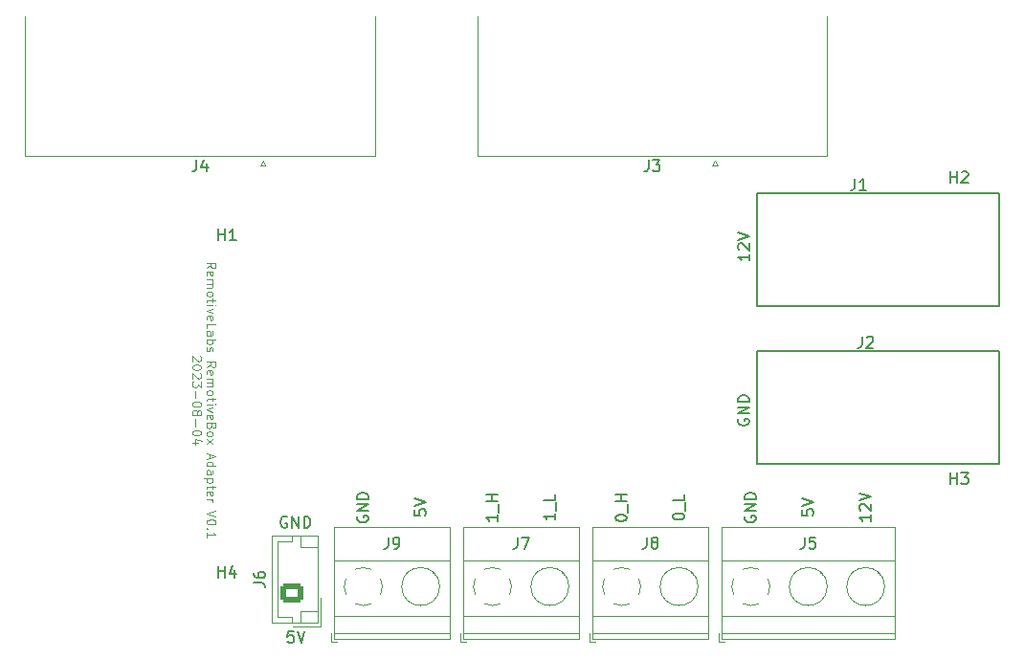
<source format=gto>
G04 #@! TF.GenerationSoftware,KiCad,Pcbnew,7.0.6*
G04 #@! TF.CreationDate,2023-08-07T22:51:51+02:00*
G04 #@! TF.ProjectId,Box,426f782e-6b69-4636-9164-5f7063625858,rev?*
G04 #@! TF.SameCoordinates,Original*
G04 #@! TF.FileFunction,Legend,Top*
G04 #@! TF.FilePolarity,Positive*
%FSLAX46Y46*%
G04 Gerber Fmt 4.6, Leading zero omitted, Abs format (unit mm)*
G04 Created by KiCad (PCBNEW 7.0.6) date 2023-08-07 22:51:51*
%MOMM*%
%LPD*%
G01*
G04 APERTURE LIST*
G04 Aperture macros list*
%AMRoundRect*
0 Rectangle with rounded corners*
0 $1 Rounding radius*
0 $2 $3 $4 $5 $6 $7 $8 $9 X,Y pos of 4 corners*
0 Add a 4 corners polygon primitive as box body*
4,1,4,$2,$3,$4,$5,$6,$7,$8,$9,$2,$3,0*
0 Add four circle primitives for the rounded corners*
1,1,$1+$1,$2,$3*
1,1,$1+$1,$4,$5*
1,1,$1+$1,$6,$7*
1,1,$1+$1,$8,$9*
0 Add four rect primitives between the rounded corners*
20,1,$1+$1,$2,$3,$4,$5,0*
20,1,$1+$1,$4,$5,$6,$7,0*
20,1,$1+$1,$6,$7,$8,$9,0*
20,1,$1+$1,$8,$9,$2,$3,0*%
G04 Aperture macros list end*
%ADD10C,0.150000*%
%ADD11C,0.120000*%
%ADD12C,0.200000*%
%ADD13C,4.000000*%
%ADD14C,3.200000*%
%ADD15R,2.600000X2.600000*%
%ADD16C,2.600000*%
%ADD17R,1.600000X1.600000*%
%ADD18C,1.600000*%
%ADD19RoundRect,0.250000X0.750000X-0.600000X0.750000X0.600000X-0.750000X0.600000X-0.750000X-0.600000X0*%
%ADD20O,2.000000X1.700000*%
G04 APERTURE END LIST*
D10*
X168094819Y-94480000D02*
X168094819Y-95051428D01*
X168094819Y-94765714D02*
X167094819Y-94765714D01*
X167094819Y-94765714D02*
X167237676Y-94860952D01*
X167237676Y-94860952D02*
X167332914Y-94956190D01*
X167332914Y-94956190D02*
X167380533Y-95051428D01*
X168190057Y-94289524D02*
X168190057Y-93527619D01*
X168094819Y-92813333D02*
X168094819Y-93289523D01*
X168094819Y-93289523D02*
X167094819Y-93289523D01*
X189954819Y-94170476D02*
X189954819Y-94646666D01*
X189954819Y-94646666D02*
X190431009Y-94694285D01*
X190431009Y-94694285D02*
X190383390Y-94646666D01*
X190383390Y-94646666D02*
X190335771Y-94551428D01*
X190335771Y-94551428D02*
X190335771Y-94313333D01*
X190335771Y-94313333D02*
X190383390Y-94218095D01*
X190383390Y-94218095D02*
X190431009Y-94170476D01*
X190431009Y-94170476D02*
X190526247Y-94122857D01*
X190526247Y-94122857D02*
X190764342Y-94122857D01*
X190764342Y-94122857D02*
X190859580Y-94170476D01*
X190859580Y-94170476D02*
X190907200Y-94218095D01*
X190907200Y-94218095D02*
X190954819Y-94313333D01*
X190954819Y-94313333D02*
X190954819Y-94551428D01*
X190954819Y-94551428D02*
X190907200Y-94646666D01*
X190907200Y-94646666D02*
X190859580Y-94694285D01*
X189954819Y-93837142D02*
X190954819Y-93503809D01*
X190954819Y-93503809D02*
X189954819Y-93170476D01*
X178524819Y-94813333D02*
X178524819Y-94718095D01*
X178524819Y-94718095D02*
X178572438Y-94622857D01*
X178572438Y-94622857D02*
X178620057Y-94575238D01*
X178620057Y-94575238D02*
X178715295Y-94527619D01*
X178715295Y-94527619D02*
X178905771Y-94480000D01*
X178905771Y-94480000D02*
X179143866Y-94480000D01*
X179143866Y-94480000D02*
X179334342Y-94527619D01*
X179334342Y-94527619D02*
X179429580Y-94575238D01*
X179429580Y-94575238D02*
X179477200Y-94622857D01*
X179477200Y-94622857D02*
X179524819Y-94718095D01*
X179524819Y-94718095D02*
X179524819Y-94813333D01*
X179524819Y-94813333D02*
X179477200Y-94908571D01*
X179477200Y-94908571D02*
X179429580Y-94956190D01*
X179429580Y-94956190D02*
X179334342Y-95003809D01*
X179334342Y-95003809D02*
X179143866Y-95051428D01*
X179143866Y-95051428D02*
X178905771Y-95051428D01*
X178905771Y-95051428D02*
X178715295Y-95003809D01*
X178715295Y-95003809D02*
X178620057Y-94956190D01*
X178620057Y-94956190D02*
X178572438Y-94908571D01*
X178572438Y-94908571D02*
X178524819Y-94813333D01*
X179620057Y-94289524D02*
X179620057Y-93527619D01*
X179524819Y-92813333D02*
X179524819Y-93289523D01*
X179524819Y-93289523D02*
X178524819Y-93289523D01*
X163014819Y-94599047D02*
X163014819Y-95170475D01*
X163014819Y-94884761D02*
X162014819Y-94884761D01*
X162014819Y-94884761D02*
X162157676Y-94979999D01*
X162157676Y-94979999D02*
X162252914Y-95075237D01*
X162252914Y-95075237D02*
X162300533Y-95170475D01*
X163110057Y-94408571D02*
X163110057Y-93646666D01*
X163014819Y-93408570D02*
X162014819Y-93408570D01*
X162491009Y-93408570D02*
X162491009Y-92837142D01*
X163014819Y-92837142D02*
X162014819Y-92837142D01*
X196034819Y-94599047D02*
X196034819Y-95170475D01*
X196034819Y-94884761D02*
X195034819Y-94884761D01*
X195034819Y-94884761D02*
X195177676Y-94979999D01*
X195177676Y-94979999D02*
X195272914Y-95075237D01*
X195272914Y-95075237D02*
X195320533Y-95170475D01*
X195130057Y-94218094D02*
X195082438Y-94170475D01*
X195082438Y-94170475D02*
X195034819Y-94075237D01*
X195034819Y-94075237D02*
X195034819Y-93837142D01*
X195034819Y-93837142D02*
X195082438Y-93741904D01*
X195082438Y-93741904D02*
X195130057Y-93694285D01*
X195130057Y-93694285D02*
X195225295Y-93646666D01*
X195225295Y-93646666D02*
X195320533Y-93646666D01*
X195320533Y-93646666D02*
X195463390Y-93694285D01*
X195463390Y-93694285D02*
X196034819Y-94265713D01*
X196034819Y-94265713D02*
X196034819Y-93646666D01*
X195034819Y-93360951D02*
X196034819Y-93027618D01*
X196034819Y-93027618D02*
X195034819Y-92694285D01*
X173444819Y-94932380D02*
X173444819Y-94837142D01*
X173444819Y-94837142D02*
X173492438Y-94741904D01*
X173492438Y-94741904D02*
X173540057Y-94694285D01*
X173540057Y-94694285D02*
X173635295Y-94646666D01*
X173635295Y-94646666D02*
X173825771Y-94599047D01*
X173825771Y-94599047D02*
X174063866Y-94599047D01*
X174063866Y-94599047D02*
X174254342Y-94646666D01*
X174254342Y-94646666D02*
X174349580Y-94694285D01*
X174349580Y-94694285D02*
X174397200Y-94741904D01*
X174397200Y-94741904D02*
X174444819Y-94837142D01*
X174444819Y-94837142D02*
X174444819Y-94932380D01*
X174444819Y-94932380D02*
X174397200Y-95027618D01*
X174397200Y-95027618D02*
X174349580Y-95075237D01*
X174349580Y-95075237D02*
X174254342Y-95122856D01*
X174254342Y-95122856D02*
X174063866Y-95170475D01*
X174063866Y-95170475D02*
X173825771Y-95170475D01*
X173825771Y-95170475D02*
X173635295Y-95122856D01*
X173635295Y-95122856D02*
X173540057Y-95075237D01*
X173540057Y-95075237D02*
X173492438Y-95027618D01*
X173492438Y-95027618D02*
X173444819Y-94932380D01*
X174540057Y-94408571D02*
X174540057Y-93646666D01*
X174444819Y-93408570D02*
X173444819Y-93408570D01*
X173921009Y-93408570D02*
X173921009Y-92837142D01*
X174444819Y-92837142D02*
X173444819Y-92837142D01*
X144370588Y-94802438D02*
X144275350Y-94754819D01*
X144275350Y-94754819D02*
X144132493Y-94754819D01*
X144132493Y-94754819D02*
X143989636Y-94802438D01*
X143989636Y-94802438D02*
X143894398Y-94897676D01*
X143894398Y-94897676D02*
X143846779Y-94992914D01*
X143846779Y-94992914D02*
X143799160Y-95183390D01*
X143799160Y-95183390D02*
X143799160Y-95326247D01*
X143799160Y-95326247D02*
X143846779Y-95516723D01*
X143846779Y-95516723D02*
X143894398Y-95611961D01*
X143894398Y-95611961D02*
X143989636Y-95707200D01*
X143989636Y-95707200D02*
X144132493Y-95754819D01*
X144132493Y-95754819D02*
X144227731Y-95754819D01*
X144227731Y-95754819D02*
X144370588Y-95707200D01*
X144370588Y-95707200D02*
X144418207Y-95659580D01*
X144418207Y-95659580D02*
X144418207Y-95326247D01*
X144418207Y-95326247D02*
X144227731Y-95326247D01*
X144846779Y-95754819D02*
X144846779Y-94754819D01*
X144846779Y-94754819D02*
X145418207Y-95754819D01*
X145418207Y-95754819D02*
X145418207Y-94754819D01*
X145894398Y-95754819D02*
X145894398Y-94754819D01*
X145894398Y-94754819D02*
X146132493Y-94754819D01*
X146132493Y-94754819D02*
X146275350Y-94802438D01*
X146275350Y-94802438D02*
X146370588Y-94897676D01*
X146370588Y-94897676D02*
X146418207Y-94992914D01*
X146418207Y-94992914D02*
X146465826Y-95183390D01*
X146465826Y-95183390D02*
X146465826Y-95326247D01*
X146465826Y-95326247D02*
X146418207Y-95516723D01*
X146418207Y-95516723D02*
X146370588Y-95611961D01*
X146370588Y-95611961D02*
X146275350Y-95707200D01*
X146275350Y-95707200D02*
X146132493Y-95754819D01*
X146132493Y-95754819D02*
X145894398Y-95754819D01*
X185289819Y-71529411D02*
X185289819Y-72100839D01*
X185289819Y-71815125D02*
X184289819Y-71815125D01*
X184289819Y-71815125D02*
X184432676Y-71910363D01*
X184432676Y-71910363D02*
X184527914Y-72005601D01*
X184527914Y-72005601D02*
X184575533Y-72100839D01*
X184385057Y-71148458D02*
X184337438Y-71100839D01*
X184337438Y-71100839D02*
X184289819Y-71005601D01*
X184289819Y-71005601D02*
X184289819Y-70767506D01*
X184289819Y-70767506D02*
X184337438Y-70672268D01*
X184337438Y-70672268D02*
X184385057Y-70624649D01*
X184385057Y-70624649D02*
X184480295Y-70577030D01*
X184480295Y-70577030D02*
X184575533Y-70577030D01*
X184575533Y-70577030D02*
X184718390Y-70624649D01*
X184718390Y-70624649D02*
X185289819Y-71196077D01*
X185289819Y-71196077D02*
X185289819Y-70577030D01*
X184289819Y-70291315D02*
X185289819Y-69957982D01*
X185289819Y-69957982D02*
X184289819Y-69624649D01*
D11*
X137282144Y-72778808D02*
X137663097Y-72512141D01*
X137282144Y-72321665D02*
X138082144Y-72321665D01*
X138082144Y-72321665D02*
X138082144Y-72626427D01*
X138082144Y-72626427D02*
X138044049Y-72702617D01*
X138044049Y-72702617D02*
X138005954Y-72740712D01*
X138005954Y-72740712D02*
X137929763Y-72778808D01*
X137929763Y-72778808D02*
X137815478Y-72778808D01*
X137815478Y-72778808D02*
X137739287Y-72740712D01*
X137739287Y-72740712D02*
X137701192Y-72702617D01*
X137701192Y-72702617D02*
X137663097Y-72626427D01*
X137663097Y-72626427D02*
X137663097Y-72321665D01*
X137320240Y-73426427D02*
X137282144Y-73350236D01*
X137282144Y-73350236D02*
X137282144Y-73197855D01*
X137282144Y-73197855D02*
X137320240Y-73121665D01*
X137320240Y-73121665D02*
X137396430Y-73083569D01*
X137396430Y-73083569D02*
X137701192Y-73083569D01*
X137701192Y-73083569D02*
X137777382Y-73121665D01*
X137777382Y-73121665D02*
X137815478Y-73197855D01*
X137815478Y-73197855D02*
X137815478Y-73350236D01*
X137815478Y-73350236D02*
X137777382Y-73426427D01*
X137777382Y-73426427D02*
X137701192Y-73464522D01*
X137701192Y-73464522D02*
X137625001Y-73464522D01*
X137625001Y-73464522D02*
X137548811Y-73083569D01*
X137282144Y-73807379D02*
X137815478Y-73807379D01*
X137739287Y-73807379D02*
X137777382Y-73845474D01*
X137777382Y-73845474D02*
X137815478Y-73921664D01*
X137815478Y-73921664D02*
X137815478Y-74035950D01*
X137815478Y-74035950D02*
X137777382Y-74112141D01*
X137777382Y-74112141D02*
X137701192Y-74150236D01*
X137701192Y-74150236D02*
X137282144Y-74150236D01*
X137701192Y-74150236D02*
X137777382Y-74188331D01*
X137777382Y-74188331D02*
X137815478Y-74264522D01*
X137815478Y-74264522D02*
X137815478Y-74378807D01*
X137815478Y-74378807D02*
X137777382Y-74454998D01*
X137777382Y-74454998D02*
X137701192Y-74493093D01*
X137701192Y-74493093D02*
X137282144Y-74493093D01*
X137282144Y-74988331D02*
X137320240Y-74912141D01*
X137320240Y-74912141D02*
X137358335Y-74874046D01*
X137358335Y-74874046D02*
X137434525Y-74835950D01*
X137434525Y-74835950D02*
X137663097Y-74835950D01*
X137663097Y-74835950D02*
X137739287Y-74874046D01*
X137739287Y-74874046D02*
X137777382Y-74912141D01*
X137777382Y-74912141D02*
X137815478Y-74988331D01*
X137815478Y-74988331D02*
X137815478Y-75102617D01*
X137815478Y-75102617D02*
X137777382Y-75178808D01*
X137777382Y-75178808D02*
X137739287Y-75216903D01*
X137739287Y-75216903D02*
X137663097Y-75254998D01*
X137663097Y-75254998D02*
X137434525Y-75254998D01*
X137434525Y-75254998D02*
X137358335Y-75216903D01*
X137358335Y-75216903D02*
X137320240Y-75178808D01*
X137320240Y-75178808D02*
X137282144Y-75102617D01*
X137282144Y-75102617D02*
X137282144Y-74988331D01*
X137815478Y-75483570D02*
X137815478Y-75788332D01*
X138082144Y-75597856D02*
X137396430Y-75597856D01*
X137396430Y-75597856D02*
X137320240Y-75635951D01*
X137320240Y-75635951D02*
X137282144Y-75712141D01*
X137282144Y-75712141D02*
X137282144Y-75788332D01*
X137282144Y-76054999D02*
X137815478Y-76054999D01*
X138082144Y-76054999D02*
X138044049Y-76016903D01*
X138044049Y-76016903D02*
X138005954Y-76054999D01*
X138005954Y-76054999D02*
X138044049Y-76093094D01*
X138044049Y-76093094D02*
X138082144Y-76054999D01*
X138082144Y-76054999D02*
X138005954Y-76054999D01*
X137815478Y-76359760D02*
X137282144Y-76550236D01*
X137282144Y-76550236D02*
X137815478Y-76740713D01*
X137320240Y-77350237D02*
X137282144Y-77274046D01*
X137282144Y-77274046D02*
X137282144Y-77121665D01*
X137282144Y-77121665D02*
X137320240Y-77045475D01*
X137320240Y-77045475D02*
X137396430Y-77007379D01*
X137396430Y-77007379D02*
X137701192Y-77007379D01*
X137701192Y-77007379D02*
X137777382Y-77045475D01*
X137777382Y-77045475D02*
X137815478Y-77121665D01*
X137815478Y-77121665D02*
X137815478Y-77274046D01*
X137815478Y-77274046D02*
X137777382Y-77350237D01*
X137777382Y-77350237D02*
X137701192Y-77388332D01*
X137701192Y-77388332D02*
X137625001Y-77388332D01*
X137625001Y-77388332D02*
X137548811Y-77007379D01*
X137282144Y-78112141D02*
X137282144Y-77731189D01*
X137282144Y-77731189D02*
X138082144Y-77731189D01*
X137282144Y-78721665D02*
X137701192Y-78721665D01*
X137701192Y-78721665D02*
X137777382Y-78683570D01*
X137777382Y-78683570D02*
X137815478Y-78607379D01*
X137815478Y-78607379D02*
X137815478Y-78454998D01*
X137815478Y-78454998D02*
X137777382Y-78378808D01*
X137320240Y-78721665D02*
X137282144Y-78645474D01*
X137282144Y-78645474D02*
X137282144Y-78454998D01*
X137282144Y-78454998D02*
X137320240Y-78378808D01*
X137320240Y-78378808D02*
X137396430Y-78340712D01*
X137396430Y-78340712D02*
X137472620Y-78340712D01*
X137472620Y-78340712D02*
X137548811Y-78378808D01*
X137548811Y-78378808D02*
X137586906Y-78454998D01*
X137586906Y-78454998D02*
X137586906Y-78645474D01*
X137586906Y-78645474D02*
X137625001Y-78721665D01*
X137282144Y-79102618D02*
X138082144Y-79102618D01*
X137777382Y-79102618D02*
X137815478Y-79178808D01*
X137815478Y-79178808D02*
X137815478Y-79331189D01*
X137815478Y-79331189D02*
X137777382Y-79407380D01*
X137777382Y-79407380D02*
X137739287Y-79445475D01*
X137739287Y-79445475D02*
X137663097Y-79483570D01*
X137663097Y-79483570D02*
X137434525Y-79483570D01*
X137434525Y-79483570D02*
X137358335Y-79445475D01*
X137358335Y-79445475D02*
X137320240Y-79407380D01*
X137320240Y-79407380D02*
X137282144Y-79331189D01*
X137282144Y-79331189D02*
X137282144Y-79178808D01*
X137282144Y-79178808D02*
X137320240Y-79102618D01*
X137320240Y-79788332D02*
X137282144Y-79864523D01*
X137282144Y-79864523D02*
X137282144Y-80016904D01*
X137282144Y-80016904D02*
X137320240Y-80093094D01*
X137320240Y-80093094D02*
X137396430Y-80131190D01*
X137396430Y-80131190D02*
X137434525Y-80131190D01*
X137434525Y-80131190D02*
X137510716Y-80093094D01*
X137510716Y-80093094D02*
X137548811Y-80016904D01*
X137548811Y-80016904D02*
X137548811Y-79902618D01*
X137548811Y-79902618D02*
X137586906Y-79826428D01*
X137586906Y-79826428D02*
X137663097Y-79788332D01*
X137663097Y-79788332D02*
X137701192Y-79788332D01*
X137701192Y-79788332D02*
X137777382Y-79826428D01*
X137777382Y-79826428D02*
X137815478Y-79902618D01*
X137815478Y-79902618D02*
X137815478Y-80016904D01*
X137815478Y-80016904D02*
X137777382Y-80093094D01*
X137282144Y-81540714D02*
X137663097Y-81274047D01*
X137282144Y-81083571D02*
X138082144Y-81083571D01*
X138082144Y-81083571D02*
X138082144Y-81388333D01*
X138082144Y-81388333D02*
X138044049Y-81464523D01*
X138044049Y-81464523D02*
X138005954Y-81502618D01*
X138005954Y-81502618D02*
X137929763Y-81540714D01*
X137929763Y-81540714D02*
X137815478Y-81540714D01*
X137815478Y-81540714D02*
X137739287Y-81502618D01*
X137739287Y-81502618D02*
X137701192Y-81464523D01*
X137701192Y-81464523D02*
X137663097Y-81388333D01*
X137663097Y-81388333D02*
X137663097Y-81083571D01*
X137320240Y-82188333D02*
X137282144Y-82112142D01*
X137282144Y-82112142D02*
X137282144Y-81959761D01*
X137282144Y-81959761D02*
X137320240Y-81883571D01*
X137320240Y-81883571D02*
X137396430Y-81845475D01*
X137396430Y-81845475D02*
X137701192Y-81845475D01*
X137701192Y-81845475D02*
X137777382Y-81883571D01*
X137777382Y-81883571D02*
X137815478Y-81959761D01*
X137815478Y-81959761D02*
X137815478Y-82112142D01*
X137815478Y-82112142D02*
X137777382Y-82188333D01*
X137777382Y-82188333D02*
X137701192Y-82226428D01*
X137701192Y-82226428D02*
X137625001Y-82226428D01*
X137625001Y-82226428D02*
X137548811Y-81845475D01*
X137282144Y-82569285D02*
X137815478Y-82569285D01*
X137739287Y-82569285D02*
X137777382Y-82607380D01*
X137777382Y-82607380D02*
X137815478Y-82683570D01*
X137815478Y-82683570D02*
X137815478Y-82797856D01*
X137815478Y-82797856D02*
X137777382Y-82874047D01*
X137777382Y-82874047D02*
X137701192Y-82912142D01*
X137701192Y-82912142D02*
X137282144Y-82912142D01*
X137701192Y-82912142D02*
X137777382Y-82950237D01*
X137777382Y-82950237D02*
X137815478Y-83026428D01*
X137815478Y-83026428D02*
X137815478Y-83140713D01*
X137815478Y-83140713D02*
X137777382Y-83216904D01*
X137777382Y-83216904D02*
X137701192Y-83254999D01*
X137701192Y-83254999D02*
X137282144Y-83254999D01*
X137282144Y-83750237D02*
X137320240Y-83674047D01*
X137320240Y-83674047D02*
X137358335Y-83635952D01*
X137358335Y-83635952D02*
X137434525Y-83597856D01*
X137434525Y-83597856D02*
X137663097Y-83597856D01*
X137663097Y-83597856D02*
X137739287Y-83635952D01*
X137739287Y-83635952D02*
X137777382Y-83674047D01*
X137777382Y-83674047D02*
X137815478Y-83750237D01*
X137815478Y-83750237D02*
X137815478Y-83864523D01*
X137815478Y-83864523D02*
X137777382Y-83940714D01*
X137777382Y-83940714D02*
X137739287Y-83978809D01*
X137739287Y-83978809D02*
X137663097Y-84016904D01*
X137663097Y-84016904D02*
X137434525Y-84016904D01*
X137434525Y-84016904D02*
X137358335Y-83978809D01*
X137358335Y-83978809D02*
X137320240Y-83940714D01*
X137320240Y-83940714D02*
X137282144Y-83864523D01*
X137282144Y-83864523D02*
X137282144Y-83750237D01*
X137815478Y-84245476D02*
X137815478Y-84550238D01*
X138082144Y-84359762D02*
X137396430Y-84359762D01*
X137396430Y-84359762D02*
X137320240Y-84397857D01*
X137320240Y-84397857D02*
X137282144Y-84474047D01*
X137282144Y-84474047D02*
X137282144Y-84550238D01*
X137282144Y-84816905D02*
X137815478Y-84816905D01*
X138082144Y-84816905D02*
X138044049Y-84778809D01*
X138044049Y-84778809D02*
X138005954Y-84816905D01*
X138005954Y-84816905D02*
X138044049Y-84855000D01*
X138044049Y-84855000D02*
X138082144Y-84816905D01*
X138082144Y-84816905D02*
X138005954Y-84816905D01*
X137815478Y-85121666D02*
X137282144Y-85312142D01*
X137282144Y-85312142D02*
X137815478Y-85502619D01*
X137320240Y-86112143D02*
X137282144Y-86035952D01*
X137282144Y-86035952D02*
X137282144Y-85883571D01*
X137282144Y-85883571D02*
X137320240Y-85807381D01*
X137320240Y-85807381D02*
X137396430Y-85769285D01*
X137396430Y-85769285D02*
X137701192Y-85769285D01*
X137701192Y-85769285D02*
X137777382Y-85807381D01*
X137777382Y-85807381D02*
X137815478Y-85883571D01*
X137815478Y-85883571D02*
X137815478Y-86035952D01*
X137815478Y-86035952D02*
X137777382Y-86112143D01*
X137777382Y-86112143D02*
X137701192Y-86150238D01*
X137701192Y-86150238D02*
X137625001Y-86150238D01*
X137625001Y-86150238D02*
X137548811Y-85769285D01*
X137701192Y-86759761D02*
X137663097Y-86874047D01*
X137663097Y-86874047D02*
X137625001Y-86912142D01*
X137625001Y-86912142D02*
X137548811Y-86950238D01*
X137548811Y-86950238D02*
X137434525Y-86950238D01*
X137434525Y-86950238D02*
X137358335Y-86912142D01*
X137358335Y-86912142D02*
X137320240Y-86874047D01*
X137320240Y-86874047D02*
X137282144Y-86797857D01*
X137282144Y-86797857D02*
X137282144Y-86493095D01*
X137282144Y-86493095D02*
X138082144Y-86493095D01*
X138082144Y-86493095D02*
X138082144Y-86759761D01*
X138082144Y-86759761D02*
X138044049Y-86835952D01*
X138044049Y-86835952D02*
X138005954Y-86874047D01*
X138005954Y-86874047D02*
X137929763Y-86912142D01*
X137929763Y-86912142D02*
X137853573Y-86912142D01*
X137853573Y-86912142D02*
X137777382Y-86874047D01*
X137777382Y-86874047D02*
X137739287Y-86835952D01*
X137739287Y-86835952D02*
X137701192Y-86759761D01*
X137701192Y-86759761D02*
X137701192Y-86493095D01*
X137282144Y-87407380D02*
X137320240Y-87331190D01*
X137320240Y-87331190D02*
X137358335Y-87293095D01*
X137358335Y-87293095D02*
X137434525Y-87254999D01*
X137434525Y-87254999D02*
X137663097Y-87254999D01*
X137663097Y-87254999D02*
X137739287Y-87293095D01*
X137739287Y-87293095D02*
X137777382Y-87331190D01*
X137777382Y-87331190D02*
X137815478Y-87407380D01*
X137815478Y-87407380D02*
X137815478Y-87521666D01*
X137815478Y-87521666D02*
X137777382Y-87597857D01*
X137777382Y-87597857D02*
X137739287Y-87635952D01*
X137739287Y-87635952D02*
X137663097Y-87674047D01*
X137663097Y-87674047D02*
X137434525Y-87674047D01*
X137434525Y-87674047D02*
X137358335Y-87635952D01*
X137358335Y-87635952D02*
X137320240Y-87597857D01*
X137320240Y-87597857D02*
X137282144Y-87521666D01*
X137282144Y-87521666D02*
X137282144Y-87407380D01*
X137282144Y-87940714D02*
X137815478Y-88359762D01*
X137815478Y-87940714D02*
X137282144Y-88359762D01*
X137510716Y-89235952D02*
X137510716Y-89616905D01*
X137282144Y-89159762D02*
X138082144Y-89426429D01*
X138082144Y-89426429D02*
X137282144Y-89693095D01*
X137282144Y-90302619D02*
X138082144Y-90302619D01*
X137320240Y-90302619D02*
X137282144Y-90226428D01*
X137282144Y-90226428D02*
X137282144Y-90074047D01*
X137282144Y-90074047D02*
X137320240Y-89997857D01*
X137320240Y-89997857D02*
X137358335Y-89959762D01*
X137358335Y-89959762D02*
X137434525Y-89921666D01*
X137434525Y-89921666D02*
X137663097Y-89921666D01*
X137663097Y-89921666D02*
X137739287Y-89959762D01*
X137739287Y-89959762D02*
X137777382Y-89997857D01*
X137777382Y-89997857D02*
X137815478Y-90074047D01*
X137815478Y-90074047D02*
X137815478Y-90226428D01*
X137815478Y-90226428D02*
X137777382Y-90302619D01*
X137282144Y-91026429D02*
X137701192Y-91026429D01*
X137701192Y-91026429D02*
X137777382Y-90988334D01*
X137777382Y-90988334D02*
X137815478Y-90912143D01*
X137815478Y-90912143D02*
X137815478Y-90759762D01*
X137815478Y-90759762D02*
X137777382Y-90683572D01*
X137320240Y-91026429D02*
X137282144Y-90950238D01*
X137282144Y-90950238D02*
X137282144Y-90759762D01*
X137282144Y-90759762D02*
X137320240Y-90683572D01*
X137320240Y-90683572D02*
X137396430Y-90645476D01*
X137396430Y-90645476D02*
X137472620Y-90645476D01*
X137472620Y-90645476D02*
X137548811Y-90683572D01*
X137548811Y-90683572D02*
X137586906Y-90759762D01*
X137586906Y-90759762D02*
X137586906Y-90950238D01*
X137586906Y-90950238D02*
X137625001Y-91026429D01*
X137815478Y-91407382D02*
X137015478Y-91407382D01*
X137777382Y-91407382D02*
X137815478Y-91483572D01*
X137815478Y-91483572D02*
X137815478Y-91635953D01*
X137815478Y-91635953D02*
X137777382Y-91712144D01*
X137777382Y-91712144D02*
X137739287Y-91750239D01*
X137739287Y-91750239D02*
X137663097Y-91788334D01*
X137663097Y-91788334D02*
X137434525Y-91788334D01*
X137434525Y-91788334D02*
X137358335Y-91750239D01*
X137358335Y-91750239D02*
X137320240Y-91712144D01*
X137320240Y-91712144D02*
X137282144Y-91635953D01*
X137282144Y-91635953D02*
X137282144Y-91483572D01*
X137282144Y-91483572D02*
X137320240Y-91407382D01*
X137815478Y-92016906D02*
X137815478Y-92321668D01*
X138082144Y-92131192D02*
X137396430Y-92131192D01*
X137396430Y-92131192D02*
X137320240Y-92169287D01*
X137320240Y-92169287D02*
X137282144Y-92245477D01*
X137282144Y-92245477D02*
X137282144Y-92321668D01*
X137320240Y-92893097D02*
X137282144Y-92816906D01*
X137282144Y-92816906D02*
X137282144Y-92664525D01*
X137282144Y-92664525D02*
X137320240Y-92588335D01*
X137320240Y-92588335D02*
X137396430Y-92550239D01*
X137396430Y-92550239D02*
X137701192Y-92550239D01*
X137701192Y-92550239D02*
X137777382Y-92588335D01*
X137777382Y-92588335D02*
X137815478Y-92664525D01*
X137815478Y-92664525D02*
X137815478Y-92816906D01*
X137815478Y-92816906D02*
X137777382Y-92893097D01*
X137777382Y-92893097D02*
X137701192Y-92931192D01*
X137701192Y-92931192D02*
X137625001Y-92931192D01*
X137625001Y-92931192D02*
X137548811Y-92550239D01*
X137282144Y-93274049D02*
X137815478Y-93274049D01*
X137663097Y-93274049D02*
X137739287Y-93312144D01*
X137739287Y-93312144D02*
X137777382Y-93350239D01*
X137777382Y-93350239D02*
X137815478Y-93426430D01*
X137815478Y-93426430D02*
X137815478Y-93502620D01*
X138082144Y-94264525D02*
X137282144Y-94531192D01*
X137282144Y-94531192D02*
X138082144Y-94797858D01*
X138082144Y-95216906D02*
X138082144Y-95293096D01*
X138082144Y-95293096D02*
X138044049Y-95369287D01*
X138044049Y-95369287D02*
X138005954Y-95407382D01*
X138005954Y-95407382D02*
X137929763Y-95445477D01*
X137929763Y-95445477D02*
X137777382Y-95483572D01*
X137777382Y-95483572D02*
X137586906Y-95483572D01*
X137586906Y-95483572D02*
X137434525Y-95445477D01*
X137434525Y-95445477D02*
X137358335Y-95407382D01*
X137358335Y-95407382D02*
X137320240Y-95369287D01*
X137320240Y-95369287D02*
X137282144Y-95293096D01*
X137282144Y-95293096D02*
X137282144Y-95216906D01*
X137282144Y-95216906D02*
X137320240Y-95140715D01*
X137320240Y-95140715D02*
X137358335Y-95102620D01*
X137358335Y-95102620D02*
X137434525Y-95064525D01*
X137434525Y-95064525D02*
X137586906Y-95026429D01*
X137586906Y-95026429D02*
X137777382Y-95026429D01*
X137777382Y-95026429D02*
X137929763Y-95064525D01*
X137929763Y-95064525D02*
X138005954Y-95102620D01*
X138005954Y-95102620D02*
X138044049Y-95140715D01*
X138044049Y-95140715D02*
X138082144Y-95216906D01*
X137358335Y-95826430D02*
X137320240Y-95864525D01*
X137320240Y-95864525D02*
X137282144Y-95826430D01*
X137282144Y-95826430D02*
X137320240Y-95788334D01*
X137320240Y-95788334D02*
X137358335Y-95826430D01*
X137358335Y-95826430D02*
X137282144Y-95826430D01*
X137282144Y-96626429D02*
X137282144Y-96169286D01*
X137282144Y-96397858D02*
X138082144Y-96397858D01*
X138082144Y-96397858D02*
X137967859Y-96321667D01*
X137967859Y-96321667D02*
X137891668Y-96245477D01*
X137891668Y-96245477D02*
X137853573Y-96169286D01*
X136717954Y-80569284D02*
X136756049Y-80607380D01*
X136756049Y-80607380D02*
X136794144Y-80683570D01*
X136794144Y-80683570D02*
X136794144Y-80874046D01*
X136794144Y-80874046D02*
X136756049Y-80950237D01*
X136756049Y-80950237D02*
X136717954Y-80988332D01*
X136717954Y-80988332D02*
X136641763Y-81026427D01*
X136641763Y-81026427D02*
X136565573Y-81026427D01*
X136565573Y-81026427D02*
X136451287Y-80988332D01*
X136451287Y-80988332D02*
X135994144Y-80531189D01*
X135994144Y-80531189D02*
X135994144Y-81026427D01*
X136794144Y-81521666D02*
X136794144Y-81597856D01*
X136794144Y-81597856D02*
X136756049Y-81674047D01*
X136756049Y-81674047D02*
X136717954Y-81712142D01*
X136717954Y-81712142D02*
X136641763Y-81750237D01*
X136641763Y-81750237D02*
X136489382Y-81788332D01*
X136489382Y-81788332D02*
X136298906Y-81788332D01*
X136298906Y-81788332D02*
X136146525Y-81750237D01*
X136146525Y-81750237D02*
X136070335Y-81712142D01*
X136070335Y-81712142D02*
X136032240Y-81674047D01*
X136032240Y-81674047D02*
X135994144Y-81597856D01*
X135994144Y-81597856D02*
X135994144Y-81521666D01*
X135994144Y-81521666D02*
X136032240Y-81445475D01*
X136032240Y-81445475D02*
X136070335Y-81407380D01*
X136070335Y-81407380D02*
X136146525Y-81369285D01*
X136146525Y-81369285D02*
X136298906Y-81331189D01*
X136298906Y-81331189D02*
X136489382Y-81331189D01*
X136489382Y-81331189D02*
X136641763Y-81369285D01*
X136641763Y-81369285D02*
X136717954Y-81407380D01*
X136717954Y-81407380D02*
X136756049Y-81445475D01*
X136756049Y-81445475D02*
X136794144Y-81521666D01*
X136717954Y-82093094D02*
X136756049Y-82131190D01*
X136756049Y-82131190D02*
X136794144Y-82207380D01*
X136794144Y-82207380D02*
X136794144Y-82397856D01*
X136794144Y-82397856D02*
X136756049Y-82474047D01*
X136756049Y-82474047D02*
X136717954Y-82512142D01*
X136717954Y-82512142D02*
X136641763Y-82550237D01*
X136641763Y-82550237D02*
X136565573Y-82550237D01*
X136565573Y-82550237D02*
X136451287Y-82512142D01*
X136451287Y-82512142D02*
X135994144Y-82054999D01*
X135994144Y-82054999D02*
X135994144Y-82550237D01*
X136794144Y-82816904D02*
X136794144Y-83312142D01*
X136794144Y-83312142D02*
X136489382Y-83045476D01*
X136489382Y-83045476D02*
X136489382Y-83159761D01*
X136489382Y-83159761D02*
X136451287Y-83235952D01*
X136451287Y-83235952D02*
X136413192Y-83274047D01*
X136413192Y-83274047D02*
X136337001Y-83312142D01*
X136337001Y-83312142D02*
X136146525Y-83312142D01*
X136146525Y-83312142D02*
X136070335Y-83274047D01*
X136070335Y-83274047D02*
X136032240Y-83235952D01*
X136032240Y-83235952D02*
X135994144Y-83159761D01*
X135994144Y-83159761D02*
X135994144Y-82931190D01*
X135994144Y-82931190D02*
X136032240Y-82854999D01*
X136032240Y-82854999D02*
X136070335Y-82816904D01*
X136298906Y-83655000D02*
X136298906Y-84264524D01*
X136794144Y-84797857D02*
X136794144Y-84874047D01*
X136794144Y-84874047D02*
X136756049Y-84950238D01*
X136756049Y-84950238D02*
X136717954Y-84988333D01*
X136717954Y-84988333D02*
X136641763Y-85026428D01*
X136641763Y-85026428D02*
X136489382Y-85064523D01*
X136489382Y-85064523D02*
X136298906Y-85064523D01*
X136298906Y-85064523D02*
X136146525Y-85026428D01*
X136146525Y-85026428D02*
X136070335Y-84988333D01*
X136070335Y-84988333D02*
X136032240Y-84950238D01*
X136032240Y-84950238D02*
X135994144Y-84874047D01*
X135994144Y-84874047D02*
X135994144Y-84797857D01*
X135994144Y-84797857D02*
X136032240Y-84721666D01*
X136032240Y-84721666D02*
X136070335Y-84683571D01*
X136070335Y-84683571D02*
X136146525Y-84645476D01*
X136146525Y-84645476D02*
X136298906Y-84607380D01*
X136298906Y-84607380D02*
X136489382Y-84607380D01*
X136489382Y-84607380D02*
X136641763Y-84645476D01*
X136641763Y-84645476D02*
X136717954Y-84683571D01*
X136717954Y-84683571D02*
X136756049Y-84721666D01*
X136756049Y-84721666D02*
X136794144Y-84797857D01*
X136451287Y-85521666D02*
X136489382Y-85445476D01*
X136489382Y-85445476D02*
X136527478Y-85407381D01*
X136527478Y-85407381D02*
X136603668Y-85369285D01*
X136603668Y-85369285D02*
X136641763Y-85369285D01*
X136641763Y-85369285D02*
X136717954Y-85407381D01*
X136717954Y-85407381D02*
X136756049Y-85445476D01*
X136756049Y-85445476D02*
X136794144Y-85521666D01*
X136794144Y-85521666D02*
X136794144Y-85674047D01*
X136794144Y-85674047D02*
X136756049Y-85750238D01*
X136756049Y-85750238D02*
X136717954Y-85788333D01*
X136717954Y-85788333D02*
X136641763Y-85826428D01*
X136641763Y-85826428D02*
X136603668Y-85826428D01*
X136603668Y-85826428D02*
X136527478Y-85788333D01*
X136527478Y-85788333D02*
X136489382Y-85750238D01*
X136489382Y-85750238D02*
X136451287Y-85674047D01*
X136451287Y-85674047D02*
X136451287Y-85521666D01*
X136451287Y-85521666D02*
X136413192Y-85445476D01*
X136413192Y-85445476D02*
X136375097Y-85407381D01*
X136375097Y-85407381D02*
X136298906Y-85369285D01*
X136298906Y-85369285D02*
X136146525Y-85369285D01*
X136146525Y-85369285D02*
X136070335Y-85407381D01*
X136070335Y-85407381D02*
X136032240Y-85445476D01*
X136032240Y-85445476D02*
X135994144Y-85521666D01*
X135994144Y-85521666D02*
X135994144Y-85674047D01*
X135994144Y-85674047D02*
X136032240Y-85750238D01*
X136032240Y-85750238D02*
X136070335Y-85788333D01*
X136070335Y-85788333D02*
X136146525Y-85826428D01*
X136146525Y-85826428D02*
X136298906Y-85826428D01*
X136298906Y-85826428D02*
X136375097Y-85788333D01*
X136375097Y-85788333D02*
X136413192Y-85750238D01*
X136413192Y-85750238D02*
X136451287Y-85674047D01*
X136298906Y-86169286D02*
X136298906Y-86778810D01*
X136794144Y-87312143D02*
X136794144Y-87388333D01*
X136794144Y-87388333D02*
X136756049Y-87464524D01*
X136756049Y-87464524D02*
X136717954Y-87502619D01*
X136717954Y-87502619D02*
X136641763Y-87540714D01*
X136641763Y-87540714D02*
X136489382Y-87578809D01*
X136489382Y-87578809D02*
X136298906Y-87578809D01*
X136298906Y-87578809D02*
X136146525Y-87540714D01*
X136146525Y-87540714D02*
X136070335Y-87502619D01*
X136070335Y-87502619D02*
X136032240Y-87464524D01*
X136032240Y-87464524D02*
X135994144Y-87388333D01*
X135994144Y-87388333D02*
X135994144Y-87312143D01*
X135994144Y-87312143D02*
X136032240Y-87235952D01*
X136032240Y-87235952D02*
X136070335Y-87197857D01*
X136070335Y-87197857D02*
X136146525Y-87159762D01*
X136146525Y-87159762D02*
X136298906Y-87121666D01*
X136298906Y-87121666D02*
X136489382Y-87121666D01*
X136489382Y-87121666D02*
X136641763Y-87159762D01*
X136641763Y-87159762D02*
X136717954Y-87197857D01*
X136717954Y-87197857D02*
X136756049Y-87235952D01*
X136756049Y-87235952D02*
X136794144Y-87312143D01*
X136527478Y-88264524D02*
X135994144Y-88264524D01*
X136832240Y-88074048D02*
X136260811Y-87883571D01*
X136260811Y-87883571D02*
X136260811Y-88378810D01*
D10*
X144957969Y-104914819D02*
X144481779Y-104914819D01*
X144481779Y-104914819D02*
X144434160Y-105391009D01*
X144434160Y-105391009D02*
X144481779Y-105343390D01*
X144481779Y-105343390D02*
X144577017Y-105295771D01*
X144577017Y-105295771D02*
X144815112Y-105295771D01*
X144815112Y-105295771D02*
X144910350Y-105343390D01*
X144910350Y-105343390D02*
X144957969Y-105391009D01*
X144957969Y-105391009D02*
X145005588Y-105486247D01*
X145005588Y-105486247D02*
X145005588Y-105724342D01*
X145005588Y-105724342D02*
X144957969Y-105819580D01*
X144957969Y-105819580D02*
X144910350Y-105867200D01*
X144910350Y-105867200D02*
X144815112Y-105914819D01*
X144815112Y-105914819D02*
X144577017Y-105914819D01*
X144577017Y-105914819D02*
X144481779Y-105867200D01*
X144481779Y-105867200D02*
X144434160Y-105819580D01*
X145291303Y-104914819D02*
X145624636Y-105914819D01*
X145624636Y-105914819D02*
X145957969Y-104914819D01*
X184337438Y-86134411D02*
X184289819Y-86229649D01*
X184289819Y-86229649D02*
X184289819Y-86372506D01*
X184289819Y-86372506D02*
X184337438Y-86515363D01*
X184337438Y-86515363D02*
X184432676Y-86610601D01*
X184432676Y-86610601D02*
X184527914Y-86658220D01*
X184527914Y-86658220D02*
X184718390Y-86705839D01*
X184718390Y-86705839D02*
X184861247Y-86705839D01*
X184861247Y-86705839D02*
X185051723Y-86658220D01*
X185051723Y-86658220D02*
X185146961Y-86610601D01*
X185146961Y-86610601D02*
X185242200Y-86515363D01*
X185242200Y-86515363D02*
X185289819Y-86372506D01*
X185289819Y-86372506D02*
X185289819Y-86277268D01*
X185289819Y-86277268D02*
X185242200Y-86134411D01*
X185242200Y-86134411D02*
X185194580Y-86086792D01*
X185194580Y-86086792D02*
X184861247Y-86086792D01*
X184861247Y-86086792D02*
X184861247Y-86277268D01*
X185289819Y-85658220D02*
X184289819Y-85658220D01*
X184289819Y-85658220D02*
X185289819Y-85086792D01*
X185289819Y-85086792D02*
X184289819Y-85086792D01*
X185289819Y-84610601D02*
X184289819Y-84610601D01*
X184289819Y-84610601D02*
X184289819Y-84372506D01*
X184289819Y-84372506D02*
X184337438Y-84229649D01*
X184337438Y-84229649D02*
X184432676Y-84134411D01*
X184432676Y-84134411D02*
X184527914Y-84086792D01*
X184527914Y-84086792D02*
X184718390Y-84039173D01*
X184718390Y-84039173D02*
X184861247Y-84039173D01*
X184861247Y-84039173D02*
X185051723Y-84086792D01*
X185051723Y-84086792D02*
X185146961Y-84134411D01*
X185146961Y-84134411D02*
X185242200Y-84229649D01*
X185242200Y-84229649D02*
X185289819Y-84372506D01*
X185289819Y-84372506D02*
X185289819Y-84610601D01*
X184922438Y-94741904D02*
X184874819Y-94837142D01*
X184874819Y-94837142D02*
X184874819Y-94979999D01*
X184874819Y-94979999D02*
X184922438Y-95122856D01*
X184922438Y-95122856D02*
X185017676Y-95218094D01*
X185017676Y-95218094D02*
X185112914Y-95265713D01*
X185112914Y-95265713D02*
X185303390Y-95313332D01*
X185303390Y-95313332D02*
X185446247Y-95313332D01*
X185446247Y-95313332D02*
X185636723Y-95265713D01*
X185636723Y-95265713D02*
X185731961Y-95218094D01*
X185731961Y-95218094D02*
X185827200Y-95122856D01*
X185827200Y-95122856D02*
X185874819Y-94979999D01*
X185874819Y-94979999D02*
X185874819Y-94884761D01*
X185874819Y-94884761D02*
X185827200Y-94741904D01*
X185827200Y-94741904D02*
X185779580Y-94694285D01*
X185779580Y-94694285D02*
X185446247Y-94694285D01*
X185446247Y-94694285D02*
X185446247Y-94884761D01*
X185874819Y-94265713D02*
X184874819Y-94265713D01*
X184874819Y-94265713D02*
X185874819Y-93694285D01*
X185874819Y-93694285D02*
X184874819Y-93694285D01*
X185874819Y-93218094D02*
X184874819Y-93218094D01*
X184874819Y-93218094D02*
X184874819Y-92979999D01*
X184874819Y-92979999D02*
X184922438Y-92837142D01*
X184922438Y-92837142D02*
X185017676Y-92741904D01*
X185017676Y-92741904D02*
X185112914Y-92694285D01*
X185112914Y-92694285D02*
X185303390Y-92646666D01*
X185303390Y-92646666D02*
X185446247Y-92646666D01*
X185446247Y-92646666D02*
X185636723Y-92694285D01*
X185636723Y-92694285D02*
X185731961Y-92741904D01*
X185731961Y-92741904D02*
X185827200Y-92837142D01*
X185827200Y-92837142D02*
X185874819Y-92979999D01*
X185874819Y-92979999D02*
X185874819Y-93218094D01*
X150632438Y-94741904D02*
X150584819Y-94837142D01*
X150584819Y-94837142D02*
X150584819Y-94979999D01*
X150584819Y-94979999D02*
X150632438Y-95122856D01*
X150632438Y-95122856D02*
X150727676Y-95218094D01*
X150727676Y-95218094D02*
X150822914Y-95265713D01*
X150822914Y-95265713D02*
X151013390Y-95313332D01*
X151013390Y-95313332D02*
X151156247Y-95313332D01*
X151156247Y-95313332D02*
X151346723Y-95265713D01*
X151346723Y-95265713D02*
X151441961Y-95218094D01*
X151441961Y-95218094D02*
X151537200Y-95122856D01*
X151537200Y-95122856D02*
X151584819Y-94979999D01*
X151584819Y-94979999D02*
X151584819Y-94884761D01*
X151584819Y-94884761D02*
X151537200Y-94741904D01*
X151537200Y-94741904D02*
X151489580Y-94694285D01*
X151489580Y-94694285D02*
X151156247Y-94694285D01*
X151156247Y-94694285D02*
X151156247Y-94884761D01*
X151584819Y-94265713D02*
X150584819Y-94265713D01*
X150584819Y-94265713D02*
X151584819Y-93694285D01*
X151584819Y-93694285D02*
X150584819Y-93694285D01*
X151584819Y-93218094D02*
X150584819Y-93218094D01*
X150584819Y-93218094D02*
X150584819Y-92979999D01*
X150584819Y-92979999D02*
X150632438Y-92837142D01*
X150632438Y-92837142D02*
X150727676Y-92741904D01*
X150727676Y-92741904D02*
X150822914Y-92694285D01*
X150822914Y-92694285D02*
X151013390Y-92646666D01*
X151013390Y-92646666D02*
X151156247Y-92646666D01*
X151156247Y-92646666D02*
X151346723Y-92694285D01*
X151346723Y-92694285D02*
X151441961Y-92741904D01*
X151441961Y-92741904D02*
X151537200Y-92837142D01*
X151537200Y-92837142D02*
X151584819Y-92979999D01*
X151584819Y-92979999D02*
X151584819Y-93218094D01*
X155664819Y-94170476D02*
X155664819Y-94646666D01*
X155664819Y-94646666D02*
X156141009Y-94694285D01*
X156141009Y-94694285D02*
X156093390Y-94646666D01*
X156093390Y-94646666D02*
X156045771Y-94551428D01*
X156045771Y-94551428D02*
X156045771Y-94313333D01*
X156045771Y-94313333D02*
X156093390Y-94218095D01*
X156093390Y-94218095D02*
X156141009Y-94170476D01*
X156141009Y-94170476D02*
X156236247Y-94122857D01*
X156236247Y-94122857D02*
X156474342Y-94122857D01*
X156474342Y-94122857D02*
X156569580Y-94170476D01*
X156569580Y-94170476D02*
X156617200Y-94218095D01*
X156617200Y-94218095D02*
X156664819Y-94313333D01*
X156664819Y-94313333D02*
X156664819Y-94551428D01*
X156664819Y-94551428D02*
X156617200Y-94646666D01*
X156617200Y-94646666D02*
X156569580Y-94694285D01*
X155664819Y-93837142D02*
X156664819Y-93503809D01*
X156664819Y-93503809D02*
X155664819Y-93170476D01*
X195246666Y-78829819D02*
X195246666Y-79544104D01*
X195246666Y-79544104D02*
X195199047Y-79686961D01*
X195199047Y-79686961D02*
X195103809Y-79782200D01*
X195103809Y-79782200D02*
X194960952Y-79829819D01*
X194960952Y-79829819D02*
X194865714Y-79829819D01*
X195675238Y-78925057D02*
X195722857Y-78877438D01*
X195722857Y-78877438D02*
X195818095Y-78829819D01*
X195818095Y-78829819D02*
X196056190Y-78829819D01*
X196056190Y-78829819D02*
X196151428Y-78877438D01*
X196151428Y-78877438D02*
X196199047Y-78925057D01*
X196199047Y-78925057D02*
X196246666Y-79020295D01*
X196246666Y-79020295D02*
X196246666Y-79115533D01*
X196246666Y-79115533D02*
X196199047Y-79258390D01*
X196199047Y-79258390D02*
X195627619Y-79829819D01*
X195627619Y-79829819D02*
X196246666Y-79829819D01*
X203073095Y-65224819D02*
X203073095Y-64224819D01*
X203073095Y-64701009D02*
X203644523Y-64701009D01*
X203644523Y-65224819D02*
X203644523Y-64224819D01*
X204073095Y-64320057D02*
X204120714Y-64272438D01*
X204120714Y-64272438D02*
X204215952Y-64224819D01*
X204215952Y-64224819D02*
X204454047Y-64224819D01*
X204454047Y-64224819D02*
X204549285Y-64272438D01*
X204549285Y-64272438D02*
X204596904Y-64320057D01*
X204596904Y-64320057D02*
X204644523Y-64415295D01*
X204644523Y-64415295D02*
X204644523Y-64510533D01*
X204644523Y-64510533D02*
X204596904Y-64653390D01*
X204596904Y-64653390D02*
X204025476Y-65224819D01*
X204025476Y-65224819D02*
X204644523Y-65224819D01*
X203073095Y-91894819D02*
X203073095Y-90894819D01*
X203073095Y-91371009D02*
X203644523Y-91371009D01*
X203644523Y-91894819D02*
X203644523Y-90894819D01*
X204025476Y-90894819D02*
X204644523Y-90894819D01*
X204644523Y-90894819D02*
X204311190Y-91275771D01*
X204311190Y-91275771D02*
X204454047Y-91275771D01*
X204454047Y-91275771D02*
X204549285Y-91323390D01*
X204549285Y-91323390D02*
X204596904Y-91371009D01*
X204596904Y-91371009D02*
X204644523Y-91466247D01*
X204644523Y-91466247D02*
X204644523Y-91704342D01*
X204644523Y-91704342D02*
X204596904Y-91799580D01*
X204596904Y-91799580D02*
X204549285Y-91847200D01*
X204549285Y-91847200D02*
X204454047Y-91894819D01*
X204454047Y-91894819D02*
X204168333Y-91894819D01*
X204168333Y-91894819D02*
X204073095Y-91847200D01*
X204073095Y-91847200D02*
X204025476Y-91799580D01*
X138303095Y-100149819D02*
X138303095Y-99149819D01*
X138303095Y-99626009D02*
X138874523Y-99626009D01*
X138874523Y-100149819D02*
X138874523Y-99149819D01*
X139779285Y-99483152D02*
X139779285Y-100149819D01*
X139541190Y-99102200D02*
X139303095Y-99816485D01*
X139303095Y-99816485D02*
X139922142Y-99816485D01*
X138303095Y-70304819D02*
X138303095Y-69304819D01*
X138303095Y-69781009D02*
X138874523Y-69781009D01*
X138874523Y-70304819D02*
X138874523Y-69304819D01*
X139874523Y-70304819D02*
X139303095Y-70304819D01*
X139588809Y-70304819D02*
X139588809Y-69304819D01*
X139588809Y-69304819D02*
X139493571Y-69447676D01*
X139493571Y-69447676D02*
X139398333Y-69542914D01*
X139398333Y-69542914D02*
X139303095Y-69590533D01*
X194611666Y-64859819D02*
X194611666Y-65574104D01*
X194611666Y-65574104D02*
X194564047Y-65716961D01*
X194564047Y-65716961D02*
X194468809Y-65812200D01*
X194468809Y-65812200D02*
X194325952Y-65859819D01*
X194325952Y-65859819D02*
X194230714Y-65859819D01*
X195611666Y-65859819D02*
X195040238Y-65859819D01*
X195325952Y-65859819D02*
X195325952Y-64859819D01*
X195325952Y-64859819D02*
X195230714Y-65002676D01*
X195230714Y-65002676D02*
X195135476Y-65097914D01*
X195135476Y-65097914D02*
X195040238Y-65145533D01*
X153336666Y-96609819D02*
X153336666Y-97324104D01*
X153336666Y-97324104D02*
X153289047Y-97466961D01*
X153289047Y-97466961D02*
X153193809Y-97562200D01*
X153193809Y-97562200D02*
X153050952Y-97609819D01*
X153050952Y-97609819D02*
X152955714Y-97609819D01*
X153860476Y-97609819D02*
X154050952Y-97609819D01*
X154050952Y-97609819D02*
X154146190Y-97562200D01*
X154146190Y-97562200D02*
X154193809Y-97514580D01*
X154193809Y-97514580D02*
X154289047Y-97371723D01*
X154289047Y-97371723D02*
X154336666Y-97181247D01*
X154336666Y-97181247D02*
X154336666Y-96800295D01*
X154336666Y-96800295D02*
X154289047Y-96705057D01*
X154289047Y-96705057D02*
X154241428Y-96657438D01*
X154241428Y-96657438D02*
X154146190Y-96609819D01*
X154146190Y-96609819D02*
X153955714Y-96609819D01*
X153955714Y-96609819D02*
X153860476Y-96657438D01*
X153860476Y-96657438D02*
X153812857Y-96705057D01*
X153812857Y-96705057D02*
X153765238Y-96800295D01*
X153765238Y-96800295D02*
X153765238Y-97038390D01*
X153765238Y-97038390D02*
X153812857Y-97133628D01*
X153812857Y-97133628D02*
X153860476Y-97181247D01*
X153860476Y-97181247D02*
X153955714Y-97228866D01*
X153955714Y-97228866D02*
X154146190Y-97228866D01*
X154146190Y-97228866D02*
X154241428Y-97181247D01*
X154241428Y-97181247D02*
X154289047Y-97133628D01*
X154289047Y-97133628D02*
X154336666Y-97038390D01*
X136366666Y-63214819D02*
X136366666Y-63929104D01*
X136366666Y-63929104D02*
X136319047Y-64071961D01*
X136319047Y-64071961D02*
X136223809Y-64167200D01*
X136223809Y-64167200D02*
X136080952Y-64214819D01*
X136080952Y-64214819D02*
X135985714Y-64214819D01*
X137271428Y-63548152D02*
X137271428Y-64214819D01*
X137033333Y-63167200D02*
X136795238Y-63881485D01*
X136795238Y-63881485D02*
X137414285Y-63881485D01*
X176196666Y-96609819D02*
X176196666Y-97324104D01*
X176196666Y-97324104D02*
X176149047Y-97466961D01*
X176149047Y-97466961D02*
X176053809Y-97562200D01*
X176053809Y-97562200D02*
X175910952Y-97609819D01*
X175910952Y-97609819D02*
X175815714Y-97609819D01*
X176815714Y-97038390D02*
X176720476Y-96990771D01*
X176720476Y-96990771D02*
X176672857Y-96943152D01*
X176672857Y-96943152D02*
X176625238Y-96847914D01*
X176625238Y-96847914D02*
X176625238Y-96800295D01*
X176625238Y-96800295D02*
X176672857Y-96705057D01*
X176672857Y-96705057D02*
X176720476Y-96657438D01*
X176720476Y-96657438D02*
X176815714Y-96609819D01*
X176815714Y-96609819D02*
X177006190Y-96609819D01*
X177006190Y-96609819D02*
X177101428Y-96657438D01*
X177101428Y-96657438D02*
X177149047Y-96705057D01*
X177149047Y-96705057D02*
X177196666Y-96800295D01*
X177196666Y-96800295D02*
X177196666Y-96847914D01*
X177196666Y-96847914D02*
X177149047Y-96943152D01*
X177149047Y-96943152D02*
X177101428Y-96990771D01*
X177101428Y-96990771D02*
X177006190Y-97038390D01*
X177006190Y-97038390D02*
X176815714Y-97038390D01*
X176815714Y-97038390D02*
X176720476Y-97086009D01*
X176720476Y-97086009D02*
X176672857Y-97133628D01*
X176672857Y-97133628D02*
X176625238Y-97228866D01*
X176625238Y-97228866D02*
X176625238Y-97419342D01*
X176625238Y-97419342D02*
X176672857Y-97514580D01*
X176672857Y-97514580D02*
X176720476Y-97562200D01*
X176720476Y-97562200D02*
X176815714Y-97609819D01*
X176815714Y-97609819D02*
X177006190Y-97609819D01*
X177006190Y-97609819D02*
X177101428Y-97562200D01*
X177101428Y-97562200D02*
X177149047Y-97514580D01*
X177149047Y-97514580D02*
X177196666Y-97419342D01*
X177196666Y-97419342D02*
X177196666Y-97228866D01*
X177196666Y-97228866D02*
X177149047Y-97133628D01*
X177149047Y-97133628D02*
X177101428Y-97086009D01*
X177101428Y-97086009D02*
X177006190Y-97038390D01*
X190166666Y-96609819D02*
X190166666Y-97324104D01*
X190166666Y-97324104D02*
X190119047Y-97466961D01*
X190119047Y-97466961D02*
X190023809Y-97562200D01*
X190023809Y-97562200D02*
X189880952Y-97609819D01*
X189880952Y-97609819D02*
X189785714Y-97609819D01*
X191119047Y-96609819D02*
X190642857Y-96609819D01*
X190642857Y-96609819D02*
X190595238Y-97086009D01*
X190595238Y-97086009D02*
X190642857Y-97038390D01*
X190642857Y-97038390D02*
X190738095Y-96990771D01*
X190738095Y-96990771D02*
X190976190Y-96990771D01*
X190976190Y-96990771D02*
X191071428Y-97038390D01*
X191071428Y-97038390D02*
X191119047Y-97086009D01*
X191119047Y-97086009D02*
X191166666Y-97181247D01*
X191166666Y-97181247D02*
X191166666Y-97419342D01*
X191166666Y-97419342D02*
X191119047Y-97514580D01*
X191119047Y-97514580D02*
X191071428Y-97562200D01*
X191071428Y-97562200D02*
X190976190Y-97609819D01*
X190976190Y-97609819D02*
X190738095Y-97609819D01*
X190738095Y-97609819D02*
X190642857Y-97562200D01*
X190642857Y-97562200D02*
X190595238Y-97514580D01*
X176371666Y-63214819D02*
X176371666Y-63929104D01*
X176371666Y-63929104D02*
X176324047Y-64071961D01*
X176324047Y-64071961D02*
X176228809Y-64167200D01*
X176228809Y-64167200D02*
X176085952Y-64214819D01*
X176085952Y-64214819D02*
X175990714Y-64214819D01*
X176752619Y-63214819D02*
X177371666Y-63214819D01*
X177371666Y-63214819D02*
X177038333Y-63595771D01*
X177038333Y-63595771D02*
X177181190Y-63595771D01*
X177181190Y-63595771D02*
X177276428Y-63643390D01*
X177276428Y-63643390D02*
X177324047Y-63691009D01*
X177324047Y-63691009D02*
X177371666Y-63786247D01*
X177371666Y-63786247D02*
X177371666Y-64024342D01*
X177371666Y-64024342D02*
X177324047Y-64119580D01*
X177324047Y-64119580D02*
X177276428Y-64167200D01*
X177276428Y-64167200D02*
X177181190Y-64214819D01*
X177181190Y-64214819D02*
X176895476Y-64214819D01*
X176895476Y-64214819D02*
X176800238Y-64167200D01*
X176800238Y-64167200D02*
X176752619Y-64119580D01*
X141434819Y-100643333D02*
X142149104Y-100643333D01*
X142149104Y-100643333D02*
X142291961Y-100690952D01*
X142291961Y-100690952D02*
X142387200Y-100786190D01*
X142387200Y-100786190D02*
X142434819Y-100929047D01*
X142434819Y-100929047D02*
X142434819Y-101024285D01*
X141434819Y-99738571D02*
X141434819Y-99929047D01*
X141434819Y-99929047D02*
X141482438Y-100024285D01*
X141482438Y-100024285D02*
X141530057Y-100071904D01*
X141530057Y-100071904D02*
X141672914Y-100167142D01*
X141672914Y-100167142D02*
X141863390Y-100214761D01*
X141863390Y-100214761D02*
X142244342Y-100214761D01*
X142244342Y-100214761D02*
X142339580Y-100167142D01*
X142339580Y-100167142D02*
X142387200Y-100119523D01*
X142387200Y-100119523D02*
X142434819Y-100024285D01*
X142434819Y-100024285D02*
X142434819Y-99833809D01*
X142434819Y-99833809D02*
X142387200Y-99738571D01*
X142387200Y-99738571D02*
X142339580Y-99690952D01*
X142339580Y-99690952D02*
X142244342Y-99643333D01*
X142244342Y-99643333D02*
X142006247Y-99643333D01*
X142006247Y-99643333D02*
X141911009Y-99690952D01*
X141911009Y-99690952D02*
X141863390Y-99738571D01*
X141863390Y-99738571D02*
X141815771Y-99833809D01*
X141815771Y-99833809D02*
X141815771Y-100024285D01*
X141815771Y-100024285D02*
X141863390Y-100119523D01*
X141863390Y-100119523D02*
X141911009Y-100167142D01*
X141911009Y-100167142D02*
X142006247Y-100214761D01*
X164766666Y-96609819D02*
X164766666Y-97324104D01*
X164766666Y-97324104D02*
X164719047Y-97466961D01*
X164719047Y-97466961D02*
X164623809Y-97562200D01*
X164623809Y-97562200D02*
X164480952Y-97609819D01*
X164480952Y-97609819D02*
X164385714Y-97609819D01*
X165147619Y-96609819D02*
X165814285Y-96609819D01*
X165814285Y-96609819D02*
X165385714Y-97609819D01*
D12*
X185984000Y-80090000D02*
X207384000Y-80090000D01*
X185984000Y-90090000D02*
X185984000Y-80090000D01*
X207384000Y-80090000D02*
X207384000Y-90090000D01*
X207384000Y-90090000D02*
X185984000Y-90090000D01*
X185984000Y-66120000D02*
X207384000Y-66120000D01*
X185984000Y-76120000D02*
X185984000Y-66120000D01*
X207384000Y-66120000D02*
X207384000Y-76120000D01*
X207384000Y-76120000D02*
X185984000Y-76120000D01*
D11*
X148290000Y-105125000D02*
X148290000Y-105865000D01*
X148290000Y-105865000D02*
X148790000Y-105865000D01*
X148530000Y-95704000D02*
X148530000Y-105625000D01*
X148530000Y-95704000D02*
X158810000Y-95704000D01*
X148530000Y-98664000D02*
X158810000Y-98664000D01*
X148530000Y-103565000D02*
X158810000Y-103565000D01*
X148530000Y-105065000D02*
X158810000Y-105065000D01*
X148530000Y-105625000D02*
X158810000Y-105625000D01*
X154983000Y-101988000D02*
X154936000Y-102034000D01*
X155176000Y-102204000D02*
X155141000Y-102239000D01*
X157280000Y-99690000D02*
X157245000Y-99726000D01*
X157485000Y-99896000D02*
X157438000Y-99942000D01*
X158810000Y-95704000D02*
X158810000Y-105625000D01*
X149595001Y-100281001D02*
G75*
G03*
X149594574Y-101648042I1534992J-684000D01*
G01*
X151813999Y-99430001D02*
G75*
G03*
X150446958Y-99429574I-684000J-1534992D01*
G01*
X150446000Y-102499999D02*
G75*
G03*
X151158805Y-102645252I683999J1535000D01*
G01*
X151130000Y-102644999D02*
G75*
G03*
X151813318Y-102499755I0J1679999D01*
G01*
X152665000Y-101649000D02*
G75*
G03*
X152665426Y-100281958I-1535000J684000D01*
G01*
X157890000Y-100965000D02*
G75*
G03*
X157890000Y-100965000I-1680000J0D01*
G01*
X152185000Y-62820000D02*
X121215000Y-62820000D01*
X152185000Y-50480000D02*
X152185000Y-62820000D01*
X142490000Y-63714338D02*
X141990000Y-63714338D01*
X142240000Y-63281325D02*
X142490000Y-63714338D01*
X141990000Y-63714338D02*
X142240000Y-63281325D01*
X121215000Y-62820000D02*
X121215000Y-50480000D01*
X171150000Y-105125000D02*
X171150000Y-105865000D01*
X171150000Y-105865000D02*
X171650000Y-105865000D01*
X171390000Y-95704000D02*
X171390000Y-105625000D01*
X171390000Y-95704000D02*
X181670000Y-95704000D01*
X171390000Y-98664000D02*
X181670000Y-98664000D01*
X171390000Y-103565000D02*
X181670000Y-103565000D01*
X171390000Y-105065000D02*
X181670000Y-105065000D01*
X171390000Y-105625000D02*
X181670000Y-105625000D01*
X177843000Y-101988000D02*
X177796000Y-102034000D01*
X178036000Y-102204000D02*
X178001000Y-102239000D01*
X180140000Y-99690000D02*
X180105000Y-99726000D01*
X180345000Y-99896000D02*
X180298000Y-99942000D01*
X181670000Y-95704000D02*
X181670000Y-105625000D01*
X172455001Y-100281001D02*
G75*
G03*
X172454574Y-101648042I1534992J-684000D01*
G01*
X174673999Y-99430001D02*
G75*
G03*
X173306958Y-99429574I-684000J-1534992D01*
G01*
X173306000Y-102499999D02*
G75*
G03*
X174018805Y-102645252I683999J1535000D01*
G01*
X173990000Y-102644999D02*
G75*
G03*
X174673318Y-102499755I0J1679999D01*
G01*
X175525000Y-101649000D02*
G75*
G03*
X175525426Y-100281958I-1535000J684000D01*
G01*
X180750000Y-100965000D02*
G75*
G03*
X180750000Y-100965000I-1680000J0D01*
G01*
X182580000Y-105125000D02*
X182580000Y-105865000D01*
X182580000Y-105865000D02*
X183080000Y-105865000D01*
X182820000Y-95704000D02*
X182820000Y-105625000D01*
X182820000Y-95704000D02*
X198180000Y-95704000D01*
X182820000Y-98664000D02*
X198180000Y-98664000D01*
X182820000Y-103565000D02*
X198180000Y-103565000D01*
X182820000Y-105065000D02*
X198180000Y-105065000D01*
X182820000Y-105625000D02*
X198180000Y-105625000D01*
X189273000Y-101988000D02*
X189226000Y-102034000D01*
X189466000Y-102204000D02*
X189431000Y-102239000D01*
X191570000Y-99690000D02*
X191535000Y-99726000D01*
X191775000Y-99896000D02*
X191728000Y-99942000D01*
X194353000Y-101988000D02*
X194306000Y-102034000D01*
X194546000Y-102204000D02*
X194511000Y-102239000D01*
X196650000Y-99690000D02*
X196615000Y-99726000D01*
X196855000Y-99896000D02*
X196808000Y-99942000D01*
X198180000Y-95704000D02*
X198180000Y-105625000D01*
X183885001Y-100281001D02*
G75*
G03*
X183884574Y-101648042I1534992J-684000D01*
G01*
X186103999Y-99430001D02*
G75*
G03*
X184736958Y-99429574I-684000J-1534992D01*
G01*
X184736000Y-102499999D02*
G75*
G03*
X185448805Y-102645252I683999J1535000D01*
G01*
X185420000Y-102644999D02*
G75*
G03*
X186103318Y-102499755I0J1679999D01*
G01*
X186955000Y-101649000D02*
G75*
G03*
X186955426Y-100281958I-1535000J684000D01*
G01*
X192180000Y-100965000D02*
G75*
G03*
X192180000Y-100965000I-1680000J0D01*
G01*
X197260000Y-100965000D02*
G75*
G03*
X197260000Y-100965000I-1680000J0D01*
G01*
X192190000Y-62820000D02*
X161220000Y-62820000D01*
X192190000Y-50480000D02*
X192190000Y-62820000D01*
X182495000Y-63714338D02*
X181995000Y-63714338D01*
X182245000Y-63281325D02*
X182495000Y-63714338D01*
X181995000Y-63714338D02*
X182245000Y-63281325D01*
X161220000Y-62820000D02*
X161220000Y-50480000D01*
X144890000Y-104470000D02*
X147390000Y-104470000D01*
X147390000Y-104470000D02*
X147390000Y-101970000D01*
X143070000Y-104170000D02*
X147090000Y-104170000D01*
X144780000Y-104170000D02*
X144780000Y-103670000D01*
X145590000Y-104170000D02*
X145590000Y-103170000D01*
X147090000Y-104170000D02*
X147090000Y-96450000D01*
X143570000Y-103670000D02*
X143570000Y-96950000D01*
X144780000Y-103670000D02*
X143570000Y-103670000D01*
X145590000Y-103170000D02*
X147090000Y-103170000D01*
X145590000Y-97450000D02*
X147090000Y-97450000D01*
X143570000Y-96950000D02*
X144780000Y-96950000D01*
X144780000Y-96950000D02*
X144780000Y-96450000D01*
X143070000Y-96450000D02*
X143070000Y-104170000D01*
X145590000Y-96450000D02*
X145590000Y-97450000D01*
X147090000Y-96450000D02*
X143070000Y-96450000D01*
X159720000Y-105125000D02*
X159720000Y-105865000D01*
X159720000Y-105865000D02*
X160220000Y-105865000D01*
X159960000Y-95704000D02*
X159960000Y-105625000D01*
X159960000Y-95704000D02*
X170240000Y-95704000D01*
X159960000Y-98664000D02*
X170240000Y-98664000D01*
X159960000Y-103565000D02*
X170240000Y-103565000D01*
X159960000Y-105065000D02*
X170240000Y-105065000D01*
X159960000Y-105625000D02*
X170240000Y-105625000D01*
X166413000Y-101988000D02*
X166366000Y-102034000D01*
X166606000Y-102204000D02*
X166571000Y-102239000D01*
X168710000Y-99690000D02*
X168675000Y-99726000D01*
X168915000Y-99896000D02*
X168868000Y-99942000D01*
X170240000Y-95704000D02*
X170240000Y-105625000D01*
X161025001Y-100281001D02*
G75*
G03*
X161024574Y-101648042I1534992J-684000D01*
G01*
X163243999Y-99430001D02*
G75*
G03*
X161876958Y-99429574I-684000J-1534992D01*
G01*
X161876000Y-102499999D02*
G75*
G03*
X162588805Y-102645252I683999J1535000D01*
G01*
X162560000Y-102644999D02*
G75*
G03*
X163243318Y-102499755I0J1679999D01*
G01*
X164095000Y-101649000D02*
G75*
G03*
X164095426Y-100281958I-1535000J684000D01*
G01*
X169320000Y-100965000D02*
G75*
G03*
X169320000Y-100965000I-1680000J0D01*
G01*
%LPC*%
D13*
X189484000Y-85090000D03*
X204984000Y-85090000D03*
D14*
X203835000Y-62230000D03*
X203835000Y-93980000D03*
X139065000Y-102235000D03*
X139065000Y-67310000D03*
D13*
X189484000Y-71120000D03*
X204984000Y-71120000D03*
D15*
X151130000Y-100965000D03*
D16*
X156210000Y-100965000D03*
D13*
X149200000Y-59540000D03*
X124200000Y-59540000D03*
D17*
X142240000Y-60960000D03*
D18*
X139470000Y-60960000D03*
X136700000Y-60960000D03*
X133930000Y-60960000D03*
X131160000Y-60960000D03*
X140855000Y-58120000D03*
X138085000Y-58120000D03*
X135315000Y-58120000D03*
X132545000Y-58120000D03*
D15*
X173990000Y-100965000D03*
D16*
X179070000Y-100965000D03*
D15*
X185420000Y-100965000D03*
D16*
X190500000Y-100965000D03*
X195580000Y-100965000D03*
D13*
X189205000Y-59540000D03*
X164205000Y-59540000D03*
D17*
X182245000Y-60960000D03*
D18*
X179475000Y-60960000D03*
X176705000Y-60960000D03*
X173935000Y-60960000D03*
X171165000Y-60960000D03*
X180860000Y-58120000D03*
X178090000Y-58120000D03*
X175320000Y-58120000D03*
X172550000Y-58120000D03*
D19*
X144780000Y-101560000D03*
D20*
X144780000Y-99060000D03*
D15*
X162560000Y-100965000D03*
D16*
X167640000Y-100965000D03*
%LPD*%
M02*

</source>
